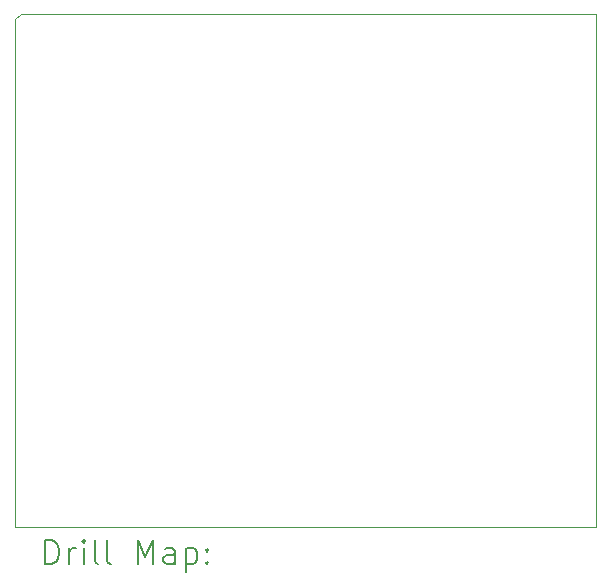
<source format=gbr>
%TF.GenerationSoftware,KiCad,Pcbnew,8.0.8*%
%TF.CreationDate,2025-05-02T10:20:33-04:00*%
%TF.ProjectId,esp32,65737033-322e-46b6-9963-61645f706362,rev?*%
%TF.SameCoordinates,Original*%
%TF.FileFunction,Drillmap*%
%TF.FilePolarity,Positive*%
%FSLAX45Y45*%
G04 Gerber Fmt 4.5, Leading zero omitted, Abs format (unit mm)*
G04 Created by KiCad (PCBNEW 8.0.8) date 2025-05-02 10:20:33*
%MOMM*%
%LPD*%
G01*
G04 APERTURE LIST*
%ADD10C,0.038100*%
%ADD11C,0.200000*%
G04 APERTURE END LIST*
D10*
X11390000Y-11150000D02*
X16310000Y-11150000D01*
X11440000Y-6810000D02*
X11390000Y-6850000D01*
X11390000Y-6850000D02*
X11390000Y-11150000D01*
X16310000Y-6810000D02*
X11440000Y-6810000D01*
X16310000Y-11150000D02*
X16310000Y-6810000D01*
D11*
X11648872Y-11463389D02*
X11648872Y-11263389D01*
X11648872Y-11263389D02*
X11696491Y-11263389D01*
X11696491Y-11263389D02*
X11725062Y-11272913D01*
X11725062Y-11272913D02*
X11744110Y-11291960D01*
X11744110Y-11291960D02*
X11753634Y-11311008D01*
X11753634Y-11311008D02*
X11763157Y-11349103D01*
X11763157Y-11349103D02*
X11763157Y-11377674D01*
X11763157Y-11377674D02*
X11753634Y-11415770D01*
X11753634Y-11415770D02*
X11744110Y-11434817D01*
X11744110Y-11434817D02*
X11725062Y-11453865D01*
X11725062Y-11453865D02*
X11696491Y-11463389D01*
X11696491Y-11463389D02*
X11648872Y-11463389D01*
X11848872Y-11463389D02*
X11848872Y-11330055D01*
X11848872Y-11368151D02*
X11858396Y-11349103D01*
X11858396Y-11349103D02*
X11867919Y-11339579D01*
X11867919Y-11339579D02*
X11886967Y-11330055D01*
X11886967Y-11330055D02*
X11906015Y-11330055D01*
X11972681Y-11463389D02*
X11972681Y-11330055D01*
X11972681Y-11263389D02*
X11963157Y-11272913D01*
X11963157Y-11272913D02*
X11972681Y-11282436D01*
X11972681Y-11282436D02*
X11982205Y-11272913D01*
X11982205Y-11272913D02*
X11972681Y-11263389D01*
X11972681Y-11263389D02*
X11972681Y-11282436D01*
X12096491Y-11463389D02*
X12077443Y-11453865D01*
X12077443Y-11453865D02*
X12067919Y-11434817D01*
X12067919Y-11434817D02*
X12067919Y-11263389D01*
X12201253Y-11463389D02*
X12182205Y-11453865D01*
X12182205Y-11453865D02*
X12172681Y-11434817D01*
X12172681Y-11434817D02*
X12172681Y-11263389D01*
X12429824Y-11463389D02*
X12429824Y-11263389D01*
X12429824Y-11263389D02*
X12496491Y-11406246D01*
X12496491Y-11406246D02*
X12563157Y-11263389D01*
X12563157Y-11263389D02*
X12563157Y-11463389D01*
X12744110Y-11463389D02*
X12744110Y-11358627D01*
X12744110Y-11358627D02*
X12734586Y-11339579D01*
X12734586Y-11339579D02*
X12715538Y-11330055D01*
X12715538Y-11330055D02*
X12677443Y-11330055D01*
X12677443Y-11330055D02*
X12658396Y-11339579D01*
X12744110Y-11453865D02*
X12725062Y-11463389D01*
X12725062Y-11463389D02*
X12677443Y-11463389D01*
X12677443Y-11463389D02*
X12658396Y-11453865D01*
X12658396Y-11453865D02*
X12648872Y-11434817D01*
X12648872Y-11434817D02*
X12648872Y-11415770D01*
X12648872Y-11415770D02*
X12658396Y-11396722D01*
X12658396Y-11396722D02*
X12677443Y-11387198D01*
X12677443Y-11387198D02*
X12725062Y-11387198D01*
X12725062Y-11387198D02*
X12744110Y-11377674D01*
X12839348Y-11330055D02*
X12839348Y-11530055D01*
X12839348Y-11339579D02*
X12858396Y-11330055D01*
X12858396Y-11330055D02*
X12896491Y-11330055D01*
X12896491Y-11330055D02*
X12915538Y-11339579D01*
X12915538Y-11339579D02*
X12925062Y-11349103D01*
X12925062Y-11349103D02*
X12934586Y-11368151D01*
X12934586Y-11368151D02*
X12934586Y-11425293D01*
X12934586Y-11425293D02*
X12925062Y-11444341D01*
X12925062Y-11444341D02*
X12915538Y-11453865D01*
X12915538Y-11453865D02*
X12896491Y-11463389D01*
X12896491Y-11463389D02*
X12858396Y-11463389D01*
X12858396Y-11463389D02*
X12839348Y-11453865D01*
X13020300Y-11444341D02*
X13029824Y-11453865D01*
X13029824Y-11453865D02*
X13020300Y-11463389D01*
X13020300Y-11463389D02*
X13010777Y-11453865D01*
X13010777Y-11453865D02*
X13020300Y-11444341D01*
X13020300Y-11444341D02*
X13020300Y-11463389D01*
X13020300Y-11339579D02*
X13029824Y-11349103D01*
X13029824Y-11349103D02*
X13020300Y-11358627D01*
X13020300Y-11358627D02*
X13010777Y-11349103D01*
X13010777Y-11349103D02*
X13020300Y-11339579D01*
X13020300Y-11339579D02*
X13020300Y-11358627D01*
M02*

</source>
